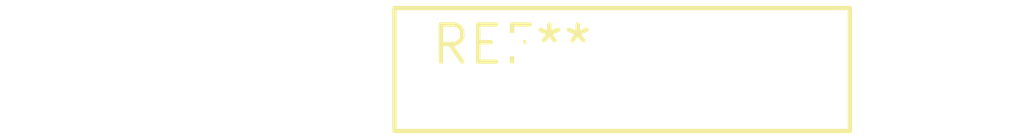
<source format=kicad_pcb>
(kicad_pcb (version 20240108) (generator pcbnew)
  (layers (0 "F.Cu" signal) (31 "B.Cu" signal) (34 "B.Paste" user) (35 "F.Paste" user) (36 "B.SilkS" user "B.Silkscreen") (37 "F.SilkS" user "F.Silkscreen") (38 "B.Mask" user) (39 "F.Mask" user) (44 "Edge.Cuts" user))
  (net 0 "")
  (footprint "RV_Disc_D15.5mm_W4.2mm_P7.5mm" (layer "F.Cu") (at 0 0)
    (property "Reference" "REF**")
    (property "Value" "RV_Disc_D15.5mm_W4.2mm_P7.5mm")
    (fp_line (start -4 -1.25) (end -4 2.95) (layer "F.SilkS") (stroke (width 0.15)))
    (fp_line (start -4 -1.25) (end 11.5 -1.25) (layer "F.SilkS") (stroke (width 0.15)))
    (fp_line (start -4 2.95) (end 11.5 2.95) (layer "F.SilkS") (stroke (width 0.15)))
    (fp_line (start 11.5 -1.25) (end 11.5 2.95) (layer "F.SilkS") (stroke (width 0.15)))
    (pad "1" thru_hole circle (at 0 0) (size 1.8 1.8) (drill 0.8) (layers *.Cu *.Mask) (remove_unused_layers))
    (pad "2" thru_hole circle (at 7.5 1.7) (size 1.8 1.8) (drill 0.8) (layers *.Cu *.Mask) (remove_unused_layers))
  )
)
</source>
